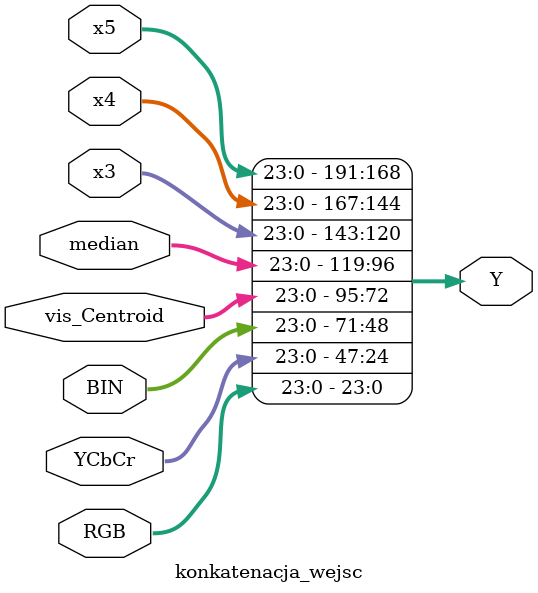
<source format=v>
`timescale 1ns / 1ps


module konkatenacja_wejsc(
    input [23:0]RGB,
        input [23:0]YCbCr,
        input [23:0]BIN,
        input [23:0]vis_Centroid,
        input [23:0]median,
        input [23:0]x3,
        input [23:0]x4,
        input [23:0]x5,
        output [191:0] Y       
);
assign Y = {x5,x4,x3,median,vis_Centroid,BIN,YCbCr,RGB};
endmodule
</source>
